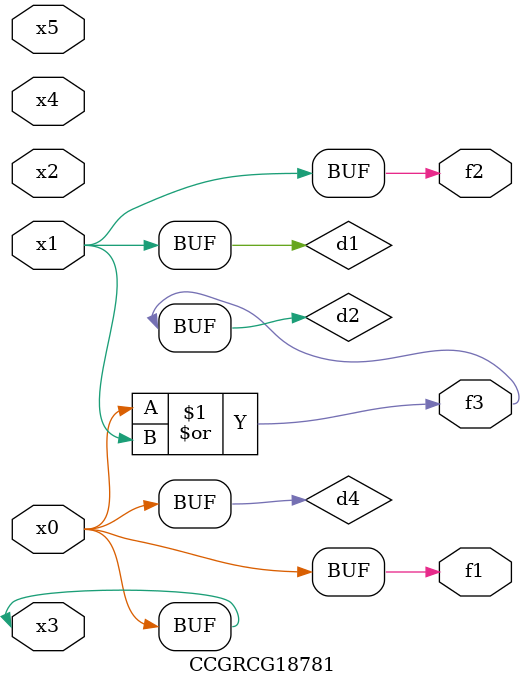
<source format=v>
module CCGRCG18781(
	input x0, x1, x2, x3, x4, x5,
	output f1, f2, f3
);

	wire d1, d2, d3, d4;

	and (d1, x1);
	or (d2, x0, x1);
	nand (d3, x0, x5);
	buf (d4, x0, x3);
	assign f1 = d4;
	assign f2 = d1;
	assign f3 = d2;
endmodule

</source>
